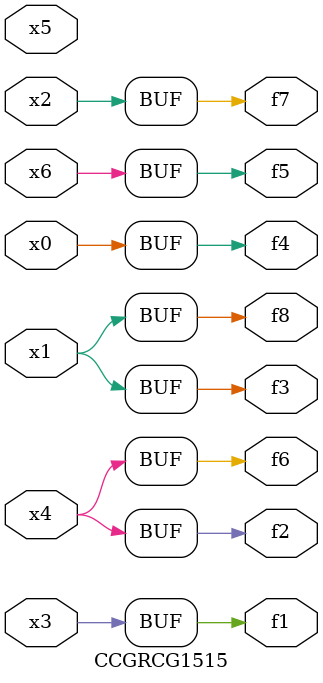
<source format=v>
module CCGRCG1515(
	input x0, x1, x2, x3, x4, x5, x6,
	output f1, f2, f3, f4, f5, f6, f7, f8
);
	assign f1 = x3;
	assign f2 = x4;
	assign f3 = x1;
	assign f4 = x0;
	assign f5 = x6;
	assign f6 = x4;
	assign f7 = x2;
	assign f8 = x1;
endmodule

</source>
